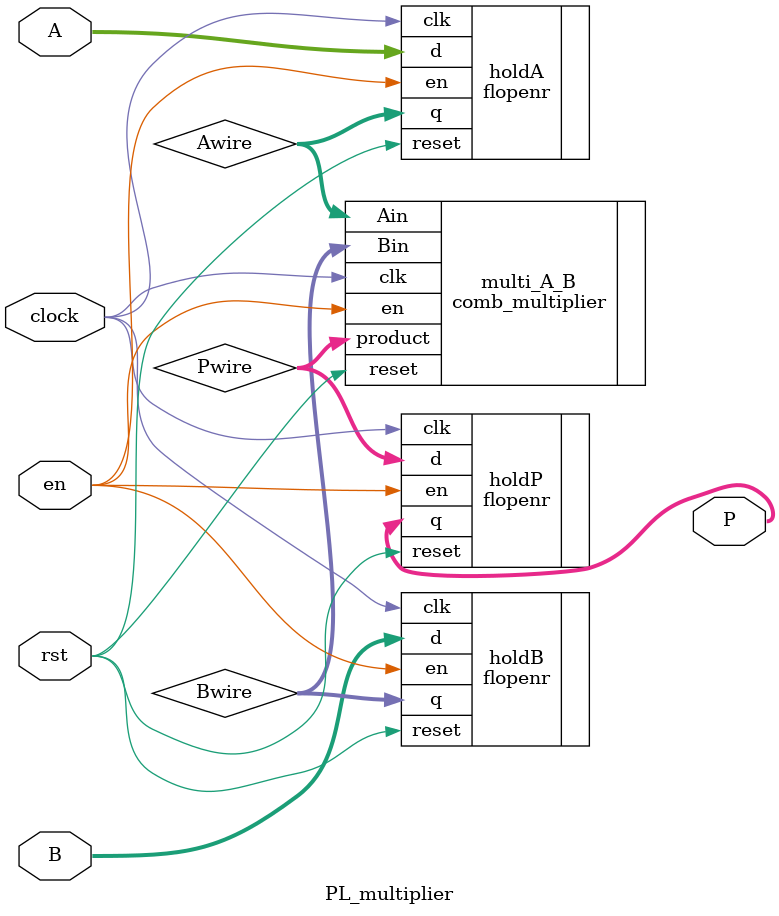
<source format=v>
`timescale 1ns / 1ps


module PL_multiplier(   input[3:0] A, B, 
                        input clock, rst, en,
                        output[7:0] P
    );
    
wire [3:0] Awire, Bwire;
wire [7:0] Pwire;

flopenr #(4) holdA(     .clk(clock),
                        .reset(rst),
                        .en(en),
                        .d(A),
                        .q(Awire)   );

flopenr #(4) holdB(     .clk(clock),
                        .reset(rst),
                        .en(en),
                        .d(B),
                        .q(Bwire)   );
                        
flopenr holdP(      .clk(clock),
                    .reset(rst),
                    .en(en),
                    .d(Pwire),
                    .q(P)   );
                        
comb_multiplier multi_A_B(  .Ain(Awire),
                            .Bin(Bwire),
                            .clk(clock),
                            .reset(rst),
                            .en(en),
                            .product(Pwire)  );
    
endmodule

</source>
